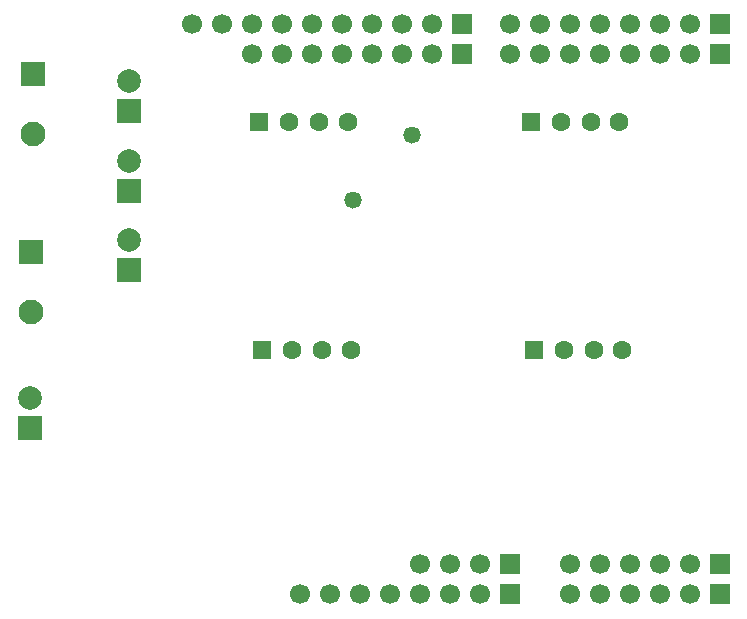
<source format=gbs>
G04 Layer_Color=16711935*
%FSLAX42Y42*%
%MOMM*%
G71*
G01*
G75*
%ADD46C,1.70*%
%ADD47R,1.70X1.70*%
%ADD48R,2.10X2.10*%
%ADD49C,2.10*%
%ADD50C,1.60*%
%ADD51R,1.60X1.60*%
%ADD52C,2.00*%
%ADD53R,2.00X2.00*%
%ADD54C,1.47*%
D46*
X10960Y4851D02*
D03*
X11214D02*
D03*
X11468D02*
D03*
X13246D02*
D03*
X12992D02*
D03*
X12738D02*
D03*
X12484D02*
D03*
X12230D02*
D03*
X11468Y4597D02*
D03*
X11214D02*
D03*
X10960D02*
D03*
X10706D02*
D03*
X10452D02*
D03*
X10198D02*
D03*
X9944D02*
D03*
X13246D02*
D03*
X12992D02*
D03*
X12738D02*
D03*
X12484D02*
D03*
X12230D02*
D03*
X11062Y9169D02*
D03*
X10808D02*
D03*
X10554D02*
D03*
X10300D02*
D03*
X10046D02*
D03*
X9792D02*
D03*
X9538D02*
D03*
X13246D02*
D03*
X12992D02*
D03*
X12738D02*
D03*
X12484D02*
D03*
X12230D02*
D03*
X11976D02*
D03*
X11722D02*
D03*
X10808Y9423D02*
D03*
X9030D02*
D03*
X9284D02*
D03*
X9538D02*
D03*
X9792D02*
D03*
X10046D02*
D03*
X10300D02*
D03*
X10554D02*
D03*
X11062D02*
D03*
X13246D02*
D03*
X12992D02*
D03*
X12738D02*
D03*
X12484D02*
D03*
X12230D02*
D03*
X11976D02*
D03*
X11722D02*
D03*
D47*
Y4851D02*
D03*
X13500D02*
D03*
X11722Y4597D02*
D03*
X13500D02*
D03*
X11316Y9169D02*
D03*
X13500D02*
D03*
X11316Y9423D02*
D03*
X13500D02*
D03*
D48*
X7671Y7493D02*
D03*
X7683Y9004D02*
D03*
D49*
X7671Y6985D02*
D03*
X7683Y8496D02*
D03*
D50*
X10376Y6668D02*
D03*
X9881D02*
D03*
X10135D02*
D03*
X12675D02*
D03*
X12179D02*
D03*
X12433D02*
D03*
X10350Y8598D02*
D03*
X9855D02*
D03*
X10109D02*
D03*
X12649D02*
D03*
X12154D02*
D03*
X12408D02*
D03*
D51*
X9627Y6668D02*
D03*
X11925D02*
D03*
X9601Y8598D02*
D03*
X11900D02*
D03*
D52*
X7658Y6261D02*
D03*
X8496Y8941D02*
D03*
Y8268D02*
D03*
Y7595D02*
D03*
D53*
X7658Y6007D02*
D03*
X8496Y8687D02*
D03*
Y8014D02*
D03*
Y7341D02*
D03*
D54*
X10392Y7934D02*
D03*
X10897Y8484D02*
D03*
M02*

</source>
